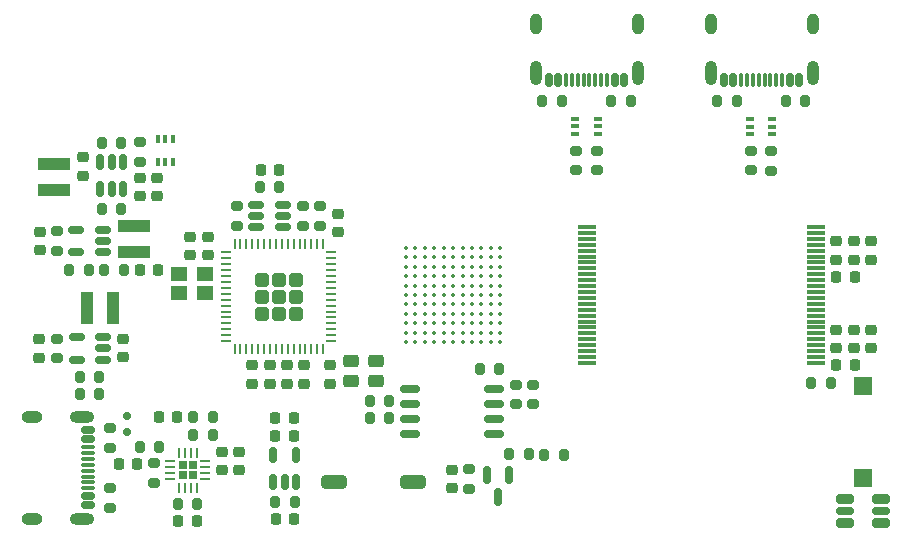
<source format=gbr>
%TF.GenerationSoftware,KiCad,Pcbnew,9.0.3*%
%TF.CreationDate,2025-10-26T12:54:33-04:00*%
%TF.ProjectId,SeedSBC_rev1_1,53656564-5342-4435-9f72-6576315f312e,rev?*%
%TF.SameCoordinates,Original*%
%TF.FileFunction,Paste,Top*%
%TF.FilePolarity,Positive*%
%FSLAX46Y46*%
G04 Gerber Fmt 4.6, Leading zero omitted, Abs format (unit mm)*
G04 Created by KiCad (PCBNEW 9.0.3) date 2025-10-26 12:54:33*
%MOMM*%
%LPD*%
G01*
G04 APERTURE LIST*
G04 Aperture macros list*
%AMRoundRect*
0 Rectangle with rounded corners*
0 $1 Rounding radius*
0 $2 $3 $4 $5 $6 $7 $8 $9 X,Y pos of 4 corners*
0 Add a 4 corners polygon primitive as box body*
4,1,4,$2,$3,$4,$5,$6,$7,$8,$9,$2,$3,0*
0 Add four circle primitives for the rounded corners*
1,1,$1+$1,$2,$3*
1,1,$1+$1,$4,$5*
1,1,$1+$1,$6,$7*
1,1,$1+$1,$8,$9*
0 Add four rect primitives between the rounded corners*
20,1,$1+$1,$2,$3,$4,$5,0*
20,1,$1+$1,$4,$5,$6,$7,0*
20,1,$1+$1,$6,$7,$8,$9,0*
20,1,$1+$1,$8,$9,$2,$3,0*%
G04 Aperture macros list end*
%ADD10RoundRect,0.200000X0.200000X0.275000X-0.200000X0.275000X-0.200000X-0.275000X0.200000X-0.275000X0*%
%ADD11RoundRect,0.200000X0.275000X-0.200000X0.275000X0.200000X-0.275000X0.200000X-0.275000X-0.200000X0*%
%ADD12RoundRect,0.225000X0.250000X-0.225000X0.250000X0.225000X-0.250000X0.225000X-0.250000X-0.225000X0*%
%ADD13RoundRect,0.150000X-0.200000X0.150000X-0.200000X-0.150000X0.200000X-0.150000X0.200000X0.150000X0*%
%ADD14RoundRect,0.150000X-0.150000X0.587500X-0.150000X-0.587500X0.150000X-0.587500X0.150000X0.587500X0*%
%ADD15RoundRect,0.150000X-0.425000X0.150000X-0.425000X-0.150000X0.425000X-0.150000X0.425000X0.150000X0*%
%ADD16RoundRect,0.075000X-0.500000X0.075000X-0.500000X-0.075000X0.500000X-0.075000X0.500000X0.075000X0*%
%ADD17O,2.100000X1.000000*%
%ADD18O,1.800000X1.000000*%
%ADD19RoundRect,0.200000X-0.200000X-0.275000X0.200000X-0.275000X0.200000X0.275000X-0.200000X0.275000X0*%
%ADD20R,1.000000X2.700000*%
%ADD21R,2.700000X1.000000*%
%ADD22RoundRect,0.160000X0.565000X0.240000X-0.565000X0.240000X-0.565000X-0.240000X0.565000X-0.240000X0*%
%ADD23RoundRect,0.120000X0.605000X0.180000X-0.605000X0.180000X-0.605000X-0.180000X0.605000X-0.180000X0*%
%ADD24RoundRect,0.225000X-0.250000X0.225000X-0.250000X-0.225000X0.250000X-0.225000X0.250000X0.225000X0*%
%ADD25RoundRect,0.200000X-0.275000X0.200000X-0.275000X-0.200000X0.275000X-0.200000X0.275000X0.200000X0*%
%ADD26RoundRect,0.225000X0.225000X0.250000X-0.225000X0.250000X-0.225000X-0.250000X0.225000X-0.250000X0*%
%ADD27RoundRect,0.250000X-0.830000X-0.310000X0.830000X-0.310000X0.830000X0.310000X-0.830000X0.310000X0*%
%ADD28RoundRect,0.150000X0.512500X0.150000X-0.512500X0.150000X-0.512500X-0.150000X0.512500X-0.150000X0*%
%ADD29RoundRect,0.218750X0.256250X-0.218750X0.256250X0.218750X-0.256250X0.218750X-0.256250X-0.218750X0*%
%ADD30RoundRect,0.150000X0.150000X-0.512500X0.150000X0.512500X-0.150000X0.512500X-0.150000X-0.512500X0*%
%ADD31RoundRect,0.100000X0.225000X0.100000X-0.225000X0.100000X-0.225000X-0.100000X0.225000X-0.100000X0*%
%ADD32RoundRect,0.250000X-0.335000X-0.335000X0.335000X-0.335000X0.335000X0.335000X-0.335000X0.335000X0*%
%ADD33RoundRect,0.062500X-0.337500X-0.062500X0.337500X-0.062500X0.337500X0.062500X-0.337500X0.062500X0*%
%ADD34RoundRect,0.062500X-0.062500X-0.337500X0.062500X-0.337500X0.062500X0.337500X-0.062500X0.337500X0*%
%ADD35R,1.500000X1.500000*%
%ADD36RoundRect,0.150000X-0.512500X-0.150000X0.512500X-0.150000X0.512500X0.150000X-0.512500X0.150000X0*%
%ADD37C,0.350000*%
%ADD38R,1.400000X1.200000*%
%ADD39RoundRect,0.150000X0.150000X0.425000X-0.150000X0.425000X-0.150000X-0.425000X0.150000X-0.425000X0*%
%ADD40RoundRect,0.075000X0.075000X0.500000X-0.075000X0.500000X-0.075000X-0.500000X0.075000X-0.500000X0*%
%ADD41O,1.000000X2.100000*%
%ADD42O,1.000000X1.800000*%
%ADD43RoundRect,0.218750X-0.256250X0.218750X-0.256250X-0.218750X0.256250X-0.218750X0.256250X0.218750X0*%
%ADD44RoundRect,0.162500X-0.650000X-0.162500X0.650000X-0.162500X0.650000X0.162500X-0.650000X0.162500X0*%
%ADD45RoundRect,0.225000X-0.225000X-0.250000X0.225000X-0.250000X0.225000X0.250000X-0.225000X0.250000X0*%
%ADD46RoundRect,0.218750X-0.218750X-0.256250X0.218750X-0.256250X0.218750X0.256250X-0.218750X0.256250X0*%
%ADD47RoundRect,0.250000X-0.400000X-0.300000X0.400000X-0.300000X0.400000X0.300000X-0.400000X0.300000X0*%
%ADD48RoundRect,0.218750X0.218750X0.256250X-0.218750X0.256250X-0.218750X-0.256250X0.218750X-0.256250X0*%
%ADD49RoundRect,0.100000X-0.100000X0.225000X-0.100000X-0.225000X0.100000X-0.225000X0.100000X0.225000X0*%
%ADD50RoundRect,0.075000X-0.712500X-0.075000X0.712500X-0.075000X0.712500X0.075000X-0.712500X0.075000X0*%
%ADD51RoundRect,0.182500X0.182500X-0.182500X0.182500X0.182500X-0.182500X0.182500X-0.182500X-0.182500X0*%
%ADD52RoundRect,0.062500X0.062500X-0.350000X0.062500X0.350000X-0.062500X0.350000X-0.062500X-0.350000X0*%
%ADD53RoundRect,0.062500X0.350000X-0.062500X0.350000X0.062500X-0.350000X0.062500X-0.350000X-0.062500X0*%
G04 APERTURE END LIST*
D10*
%TO.C,R26*%
X148900000Y-85200000D03*
X147250000Y-85200000D03*
%TD*%
D11*
%TO.C,R21*%
X106154000Y-106944600D03*
X106154000Y-105294600D03*
%TD*%
D10*
%TO.C,R23*%
X163700000Y-85200000D03*
X162050000Y-85200000D03*
%TD*%
D12*
%TO.C,C33*%
X173620000Y-98605000D03*
X173620000Y-97055000D03*
%TD*%
D13*
%TO.C,D1*%
X112070000Y-113210000D03*
X112070000Y-111810000D03*
%TD*%
D14*
%TO.C,Q2*%
X144460000Y-116815000D03*
X142560000Y-116815000D03*
X143510000Y-118690000D03*
%TD*%
D11*
%TO.C,R18*%
X145000000Y-110860000D03*
X145000000Y-109210000D03*
%TD*%
D15*
%TO.C,J6*%
X108832500Y-113025000D03*
X108832500Y-113825000D03*
D16*
X108832500Y-114975000D03*
X108832500Y-115975000D03*
X108832500Y-116475000D03*
X108832500Y-117475000D03*
D15*
X108832500Y-118625000D03*
X108832500Y-119425000D03*
X108832500Y-119425000D03*
X108832500Y-118625000D03*
D16*
X108832500Y-117975000D03*
X108832500Y-116975000D03*
X108832500Y-115475000D03*
X108832500Y-114475000D03*
D15*
X108832500Y-113825000D03*
X108832500Y-113025000D03*
D17*
X108257500Y-111905000D03*
D18*
X104077500Y-111905000D03*
D17*
X108257500Y-120545000D03*
D18*
X104077500Y-120545000D03*
%TD*%
D12*
%TO.C,C40*%
X124170000Y-109100000D03*
X124170000Y-107550000D03*
%TD*%
D19*
%TO.C,R53*%
X116400000Y-119300000D03*
X118050000Y-119300000D03*
%TD*%
D20*
%TO.C,L1*%
X108686500Y-102679600D03*
X110886500Y-102679600D03*
%TD*%
D21*
%TO.C,L2*%
X112725200Y-95801200D03*
X112725200Y-98001200D03*
%TD*%
D22*
%TO.C,D3*%
X175925000Y-120940000D03*
D23*
X175925000Y-119890000D03*
D22*
X175925000Y-118840000D03*
X172875000Y-118840000D03*
D23*
X172875000Y-119890000D03*
D22*
X172875000Y-120940000D03*
%TD*%
D24*
%TO.C,C16*%
X108351600Y-89957400D03*
X108351600Y-91507400D03*
%TD*%
D25*
%TO.C,R35*%
X150110000Y-89385000D03*
X150110000Y-91035000D03*
%TD*%
D12*
%TO.C,C55*%
X175090000Y-98605000D03*
X175090000Y-97055000D03*
%TD*%
D19*
%TO.C,R24*%
X167850000Y-85200000D03*
X169500000Y-85200000D03*
%TD*%
D26*
%TO.C,C4*%
X116330000Y-111940000D03*
X114780000Y-111940000D03*
%TD*%
D11*
%TO.C,R10*%
X110640000Y-114555000D03*
X110640000Y-112905000D03*
%TD*%
D27*
%TO.C,JP2*%
X129578600Y-117398800D03*
X136308600Y-117398800D03*
%TD*%
D11*
%TO.C,R16*%
X146460000Y-110870000D03*
X146460000Y-109220000D03*
%TD*%
D28*
%TO.C,U11*%
X110094000Y-107074600D03*
X110094000Y-106124600D03*
X110094000Y-105174600D03*
X107819000Y-105174600D03*
X107819000Y-107074600D03*
%TD*%
D29*
%TO.C,D6*%
X121570000Y-116435000D03*
X121570000Y-114860000D03*
%TD*%
D28*
%TO.C,U1*%
X110063200Y-97993200D03*
X110063200Y-97043200D03*
X110063200Y-96093200D03*
X107788200Y-96093200D03*
X107788200Y-97993200D03*
%TD*%
D30*
%TO.C,U4*%
X109831600Y-92647400D03*
X110781600Y-92647400D03*
X111731600Y-92647400D03*
X111731600Y-90372400D03*
X110781600Y-90372400D03*
X109831600Y-90372400D03*
%TD*%
D19*
%TO.C,R13*%
X107223200Y-99473200D03*
X108873200Y-99473200D03*
%TD*%
D30*
%TO.C,U10*%
X124490000Y-117420000D03*
X125440000Y-117420000D03*
X126390000Y-117420000D03*
X126390000Y-115145000D03*
X124490000Y-115145000D03*
%TD*%
D24*
%TO.C,C41*%
X173620000Y-104580000D03*
X173620000Y-106130000D03*
%TD*%
D10*
%TO.C,R9*%
X109764000Y-108559600D03*
X108114000Y-108559600D03*
%TD*%
D19*
%TO.C,R48*%
X123350000Y-92479600D03*
X125000000Y-92479600D03*
%TD*%
D31*
%TO.C,U14*%
X166710000Y-88009200D03*
X166710000Y-87359200D03*
X166710000Y-86709200D03*
X164810000Y-86709200D03*
X164810000Y-87359200D03*
X164810000Y-88009200D03*
%TD*%
D32*
%TO.C,U8*%
X123500000Y-100300000D03*
X123500000Y-101750000D03*
X123500000Y-103200000D03*
X124950000Y-100300000D03*
X124950000Y-101750000D03*
X124950000Y-103200000D03*
X126400000Y-100300000D03*
X126400000Y-101750000D03*
X126400000Y-103200000D03*
D33*
X120500000Y-98000000D03*
X120500000Y-98500000D03*
X120500000Y-99000000D03*
X120500000Y-99500000D03*
X120500000Y-100000000D03*
X120500000Y-100500000D03*
X120500000Y-101000000D03*
X120500000Y-101500000D03*
X120500000Y-102000000D03*
X120500000Y-102500000D03*
X120500000Y-103000000D03*
X120500000Y-103500000D03*
X120500000Y-104000000D03*
X120500000Y-104500000D03*
X120500000Y-105000000D03*
X120500000Y-105500000D03*
D34*
X121200000Y-106200000D03*
X121700000Y-106200000D03*
X122200000Y-106200000D03*
X122700000Y-106200000D03*
X123200000Y-106200000D03*
X123700000Y-106200000D03*
X124200000Y-106200000D03*
X124700000Y-106200000D03*
X125200000Y-106200000D03*
X125700000Y-106200000D03*
X126200000Y-106200000D03*
X126700000Y-106200000D03*
X127200000Y-106200000D03*
X127700000Y-106200000D03*
X128200000Y-106200000D03*
X128700000Y-106200000D03*
D33*
X129400000Y-105500000D03*
X129400000Y-105000000D03*
X129400000Y-104500000D03*
X129400000Y-104000000D03*
X129400000Y-103500000D03*
X129400000Y-103000000D03*
X129400000Y-102500000D03*
X129400000Y-102000000D03*
X129400000Y-101500000D03*
X129400000Y-101000000D03*
X129400000Y-100500000D03*
X129400000Y-100000000D03*
X129400000Y-99500000D03*
X129400000Y-99000000D03*
X129400000Y-98500000D03*
X129400000Y-98000000D03*
D34*
X128700000Y-97300000D03*
X128200000Y-97300000D03*
X127700000Y-97300000D03*
X127200000Y-97300000D03*
X126700000Y-97300000D03*
X126200000Y-97300000D03*
X125700000Y-97300000D03*
X125200000Y-97300000D03*
X124700000Y-97300000D03*
X124200000Y-97300000D03*
X123700000Y-97300000D03*
X123200000Y-97300000D03*
X122700000Y-97300000D03*
X122200000Y-97300000D03*
X121700000Y-97300000D03*
X121200000Y-97300000D03*
%TD*%
D12*
%TO.C,C42*%
X125630000Y-109100000D03*
X125630000Y-107550000D03*
%TD*%
D11*
%TO.C,R5*%
X114377500Y-117515000D03*
X114377500Y-115865000D03*
%TD*%
D24*
%TO.C,C15*%
X175080000Y-104580000D03*
X175080000Y-106130000D03*
%TD*%
D35*
%TO.C,SW1*%
X174390000Y-117090000D03*
X174390000Y-109290000D03*
%TD*%
D11*
%TO.C,R50*%
X128430000Y-95739600D03*
X128430000Y-94089600D03*
%TD*%
%TO.C,R49*%
X126970000Y-95734600D03*
X126970000Y-94084600D03*
%TD*%
D10*
%TO.C,R17*%
X134310000Y-112000000D03*
X132660000Y-112000000D03*
%TD*%
D12*
%TO.C,C37*%
X117468800Y-98230000D03*
X117468800Y-96680000D03*
%TD*%
D19*
%TO.C,R27*%
X153080000Y-85200000D03*
X154730000Y-85200000D03*
%TD*%
D10*
%TO.C,R4*%
X114832500Y-114485000D03*
X113182500Y-114485000D03*
%TD*%
D36*
%TO.C,U7*%
X123042500Y-93959600D03*
X123042500Y-94909600D03*
X123042500Y-95859600D03*
X125317500Y-95859600D03*
X125317500Y-94909600D03*
X125317500Y-93959600D03*
%TD*%
D37*
%TO.C,U2*%
X135700000Y-97600000D03*
X136500000Y-97600000D03*
X137300000Y-97600000D03*
X138100000Y-97600000D03*
X138900000Y-97600000D03*
X139700000Y-97600000D03*
X140500000Y-97600000D03*
X141300000Y-97600000D03*
X142100000Y-97600000D03*
X142900000Y-97600000D03*
X143700000Y-97600000D03*
X135700000Y-98400000D03*
X136500000Y-98400000D03*
X137300000Y-98400000D03*
X138100000Y-98400000D03*
X138900000Y-98400000D03*
X139700000Y-98400000D03*
X140500000Y-98400000D03*
X141300000Y-98400000D03*
X142100000Y-98400000D03*
X142900000Y-98400000D03*
X143700000Y-98400000D03*
X135700000Y-99200000D03*
X136500000Y-99200000D03*
X137300000Y-99200000D03*
X138100000Y-99200000D03*
X138900000Y-99200000D03*
X139700000Y-99200000D03*
X140500000Y-99200000D03*
X141300000Y-99200000D03*
X142100000Y-99200000D03*
X142900000Y-99200000D03*
X143700000Y-99200000D03*
X135700000Y-100000000D03*
X136500000Y-100000000D03*
X137300000Y-100000000D03*
X138100000Y-100000000D03*
X138900000Y-100000000D03*
X139700000Y-100000000D03*
X140500000Y-100000000D03*
X141300000Y-100000000D03*
X142100000Y-100000000D03*
X142900000Y-100000000D03*
X143700000Y-100000000D03*
X135700000Y-100800000D03*
X136500000Y-100800000D03*
X137300000Y-100800000D03*
X138100000Y-100800000D03*
X138900000Y-100800000D03*
X139700000Y-100800000D03*
X140500000Y-100800000D03*
X141300000Y-100800000D03*
X142100000Y-100800000D03*
X142900000Y-100800000D03*
X143700000Y-100800000D03*
X135700000Y-101600000D03*
X136500000Y-101600000D03*
X137300000Y-101600000D03*
X138100000Y-101600000D03*
X138900000Y-101600000D03*
X139700000Y-101600000D03*
X140500000Y-101600000D03*
X141300000Y-101600000D03*
X142100000Y-101600000D03*
X142900000Y-101600000D03*
X143700000Y-101600000D03*
X135700000Y-102400000D03*
X136500000Y-102400000D03*
X137300000Y-102400000D03*
X138100000Y-102400000D03*
X138900000Y-102400000D03*
X139700000Y-102400000D03*
X140500000Y-102400000D03*
X141300000Y-102400000D03*
X142100000Y-102400000D03*
X142900000Y-102400000D03*
X143700000Y-102400000D03*
X135700000Y-103200000D03*
X136500000Y-103200000D03*
X137300000Y-103200000D03*
X138100000Y-103200000D03*
X138900000Y-103200000D03*
X139700000Y-103200000D03*
X140500000Y-103200000D03*
X141300000Y-103200000D03*
X142100000Y-103200000D03*
X142900000Y-103200000D03*
X143700000Y-103200000D03*
X135700000Y-104000000D03*
X136500000Y-104000000D03*
X137300000Y-104000000D03*
X138100000Y-104000000D03*
X138900000Y-104000000D03*
X139700000Y-104000000D03*
X140500000Y-104000000D03*
X141300000Y-104000000D03*
X142100000Y-104000000D03*
X142900000Y-104000000D03*
X143700000Y-104000000D03*
X135700000Y-104800000D03*
X136500000Y-104800000D03*
X137300000Y-104800000D03*
X138100000Y-104800000D03*
X138900000Y-104800000D03*
X139700000Y-104800000D03*
X140500000Y-104800000D03*
X141300000Y-104800000D03*
X142100000Y-104800000D03*
X142900000Y-104800000D03*
X143700000Y-104800000D03*
X135700000Y-105600000D03*
X136500000Y-105600000D03*
X137300000Y-105600000D03*
X138100000Y-105600000D03*
X138900000Y-105600000D03*
X139700000Y-105600000D03*
X140500000Y-105600000D03*
X141300000Y-105600000D03*
X142100000Y-105600000D03*
X142900000Y-105600000D03*
X143700000Y-105600000D03*
%TD*%
D38*
%TO.C,Y1*%
X118668800Y-99830000D03*
X118668800Y-101430000D03*
X116468800Y-101430000D03*
X116468800Y-99830000D03*
%TD*%
D39*
%TO.C,J1*%
X169020000Y-83390000D03*
X168220000Y-83390000D03*
D40*
X167070000Y-83390000D03*
X166070000Y-83390000D03*
X165570000Y-83390000D03*
X164570000Y-83390000D03*
D39*
X163420000Y-83390000D03*
X162620000Y-83390000D03*
X162620000Y-83390000D03*
X163420000Y-83390000D03*
D40*
X164070000Y-83390000D03*
X165070000Y-83390000D03*
X166570000Y-83390000D03*
X167570000Y-83390000D03*
D39*
X168220000Y-83390000D03*
X169020000Y-83390000D03*
D41*
X170140000Y-82815000D03*
D42*
X170140000Y-78635000D03*
D41*
X161500000Y-82815000D03*
D42*
X161500000Y-78635000D03*
%TD*%
D43*
%TO.C,D4*%
X139620000Y-116385000D03*
X139620000Y-117960000D03*
%TD*%
D39*
%TO.C,J7*%
X154200000Y-83390000D03*
X153400000Y-83390000D03*
D40*
X152250000Y-83390000D03*
X151250000Y-83390000D03*
X150750000Y-83390000D03*
X149750000Y-83390000D03*
D39*
X148600000Y-83390000D03*
X147800000Y-83390000D03*
X147800000Y-83390000D03*
X148600000Y-83390000D03*
D40*
X149250000Y-83390000D03*
X150250000Y-83390000D03*
X151750000Y-83390000D03*
X152750000Y-83390000D03*
D39*
X153400000Y-83390000D03*
X154200000Y-83390000D03*
D41*
X155320000Y-82815000D03*
D42*
X155320000Y-78635000D03*
D41*
X146680000Y-82815000D03*
D42*
X146680000Y-78635000D03*
%TD*%
D24*
%TO.C,C56*%
X172160000Y-104580000D03*
X172160000Y-106130000D03*
%TD*%
D19*
%TO.C,R40*%
X147410000Y-115110000D03*
X149060000Y-115110000D03*
%TD*%
D25*
%TO.C,R37*%
X121400000Y-94069600D03*
X121400000Y-95719600D03*
%TD*%
%TO.C,R44*%
X164890000Y-89410000D03*
X164890000Y-91060000D03*
%TD*%
D24*
%TO.C,C34*%
X113211600Y-91662400D03*
X113211600Y-93212400D03*
%TD*%
D44*
%TO.C,U3*%
X136025000Y-109560000D03*
X136025000Y-110830000D03*
X136025000Y-112100000D03*
X136025000Y-113370000D03*
X143200000Y-113370000D03*
X143200000Y-112100000D03*
X143200000Y-110830000D03*
X143200000Y-109560000D03*
%TD*%
D45*
%TO.C,C9*%
X113188200Y-99473200D03*
X114738200Y-99473200D03*
%TD*%
D19*
%TO.C,R55*%
X109951600Y-94292400D03*
X111601600Y-94292400D03*
%TD*%
D45*
%TO.C,C13*%
X172140000Y-107560000D03*
X173690000Y-107560000D03*
%TD*%
D10*
%TO.C,R6*%
X119337500Y-111940000D03*
X117687500Y-111940000D03*
%TD*%
D19*
%TO.C,R8*%
X108114000Y-110019600D03*
X109764000Y-110019600D03*
%TD*%
D45*
%TO.C,C64*%
X111400000Y-115940000D03*
X112950000Y-115940000D03*
%TD*%
D10*
%TO.C,R31*%
X171690000Y-109030000D03*
X170040000Y-109030000D03*
%TD*%
D24*
%TO.C,C6*%
X111734000Y-105339600D03*
X111734000Y-106889600D03*
%TD*%
D19*
%TO.C,R22*%
X141980000Y-107830000D03*
X143630000Y-107830000D03*
%TD*%
%TO.C,R39*%
X109961600Y-88732400D03*
X111611600Y-88732400D03*
%TD*%
D24*
%TO.C,C5*%
X104684000Y-105344600D03*
X104684000Y-106894600D03*
%TD*%
D12*
%TO.C,C39*%
X172160000Y-98605000D03*
X172160000Y-97055000D03*
%TD*%
D31*
%TO.C,U15*%
X151930000Y-87979200D03*
X151930000Y-87329200D03*
X151930000Y-86679200D03*
X150030000Y-86679200D03*
X150030000Y-87329200D03*
X150030000Y-87979200D03*
%TD*%
D46*
%TO.C,L6*%
X124625000Y-113500000D03*
X126200000Y-113500000D03*
%TD*%
D47*
%TO.C,Y2*%
X131050000Y-108880000D03*
X133150000Y-108880000D03*
X133150000Y-107230000D03*
X131050000Y-107230000D03*
%TD*%
D19*
%TO.C,R54*%
X124638000Y-119088400D03*
X126288000Y-119088400D03*
%TD*%
D11*
%TO.C,R42*%
X141080000Y-117990000D03*
X141080000Y-116340000D03*
%TD*%
D24*
%TO.C,C14*%
X129270000Y-107550000D03*
X129270000Y-109100000D03*
%TD*%
D48*
%TO.C,L4*%
X173690000Y-100040000D03*
X172115000Y-100040000D03*
%TD*%
D21*
%TO.C,L3*%
X105871600Y-90502400D03*
X105871600Y-92702400D03*
%TD*%
D19*
%TO.C,R12*%
X110183200Y-99473200D03*
X111833200Y-99473200D03*
%TD*%
D49*
%TO.C,U12*%
X115991600Y-88412400D03*
X115341600Y-88412400D03*
X114691600Y-88412400D03*
X114691600Y-90312400D03*
X115341600Y-90312400D03*
X115991600Y-90312400D03*
%TD*%
D24*
%TO.C,C35*%
X114671600Y-91662400D03*
X114671600Y-93212400D03*
%TD*%
D50*
%TO.C,U6*%
X151012500Y-95850000D03*
X151012500Y-96350000D03*
X151012500Y-96850000D03*
X151012500Y-97350000D03*
X151012500Y-97850000D03*
X151012500Y-98350000D03*
X151012500Y-98850000D03*
X151012500Y-99350000D03*
X151012500Y-99850000D03*
X151012500Y-100350000D03*
X151012500Y-100850000D03*
X151012500Y-101350000D03*
X151012500Y-101850000D03*
X151012500Y-102350000D03*
X151012500Y-102850000D03*
X151012500Y-103350000D03*
X151012500Y-103850000D03*
X151012500Y-104350000D03*
X151012500Y-104850000D03*
X151012500Y-105350000D03*
X151012500Y-105850000D03*
X151012500Y-106350000D03*
X151012500Y-106850000D03*
X151012500Y-107350000D03*
X170387500Y-107350000D03*
X170387500Y-106850000D03*
X170387500Y-106350000D03*
X170387500Y-105850000D03*
X170387500Y-105350000D03*
X170387500Y-104850000D03*
X170387500Y-104350000D03*
X170387500Y-103850000D03*
X170387500Y-103350000D03*
X170387500Y-102850000D03*
X170387500Y-102350000D03*
X170387500Y-101850000D03*
X170387500Y-101350000D03*
X170387500Y-100850000D03*
X170387500Y-100350000D03*
X170387500Y-99850000D03*
X170387500Y-99350000D03*
X170387500Y-98850000D03*
X170387500Y-98350000D03*
X170387500Y-97850000D03*
X170387500Y-97350000D03*
X170387500Y-96850000D03*
X170387500Y-96350000D03*
X170387500Y-95850000D03*
%TD*%
D10*
%TO.C,R7*%
X119337500Y-113440000D03*
X117687500Y-113440000D03*
%TD*%
D12*
%TO.C,C38*%
X122710000Y-109100000D03*
X122710000Y-107550000D03*
%TD*%
D51*
%TO.C,U9*%
X116817500Y-116860000D03*
X117657500Y-116860000D03*
X116817500Y-116020000D03*
X117657500Y-116020000D03*
D52*
X116487500Y-117902500D03*
X116987500Y-117902500D03*
X117487500Y-117902500D03*
X117987500Y-117902500D03*
D53*
X118700000Y-117190000D03*
X118700000Y-116690000D03*
X118700000Y-116190000D03*
X118700000Y-115690000D03*
D52*
X117987500Y-114977500D03*
X117487500Y-114977500D03*
X116987500Y-114977500D03*
X116487500Y-114977500D03*
D53*
X115775000Y-115690000D03*
X115775000Y-116190000D03*
X115775000Y-116690000D03*
X115775000Y-117190000D03*
%TD*%
D12*
%TO.C,C36*%
X118938800Y-98230000D03*
X118938800Y-96680000D03*
%TD*%
D25*
%TO.C,R38*%
X113211600Y-88657400D03*
X113211600Y-90307400D03*
%TD*%
%TO.C,R43*%
X166630000Y-89415000D03*
X166630000Y-91065000D03*
%TD*%
D12*
%TO.C,C44*%
X129946400Y-96292000D03*
X129946400Y-94742000D03*
%TD*%
D24*
%TO.C,C7*%
X104693200Y-96263200D03*
X104693200Y-97813200D03*
%TD*%
D45*
%TO.C,C45*%
X116450000Y-120770000D03*
X118000000Y-120770000D03*
%TD*%
D12*
%TO.C,C43*%
X127090000Y-109100000D03*
X127090000Y-107550000D03*
%TD*%
D26*
%TO.C,C10*%
X126198000Y-112038400D03*
X124648000Y-112038400D03*
%TD*%
D10*
%TO.C,R41*%
X146100000Y-115100000D03*
X144450000Y-115100000D03*
%TD*%
D11*
%TO.C,R29*%
X106153200Y-97868200D03*
X106153200Y-96218200D03*
%TD*%
D25*
%TO.C,R25*%
X151850000Y-89380000D03*
X151850000Y-91030000D03*
%TD*%
D29*
%TO.C,D2*%
X120100000Y-116435000D03*
X120100000Y-114860000D03*
%TD*%
D10*
%TO.C,R36*%
X134315000Y-110540000D03*
X132665000Y-110540000D03*
%TD*%
D45*
%TO.C,C8*%
X124688000Y-120548400D03*
X126238000Y-120548400D03*
%TD*%
D25*
%TO.C,R11*%
X110650000Y-117945000D03*
X110650000Y-119595000D03*
%TD*%
D26*
%TO.C,C60*%
X124950000Y-91019600D03*
X123400000Y-91019600D03*
%TD*%
M02*

</source>
